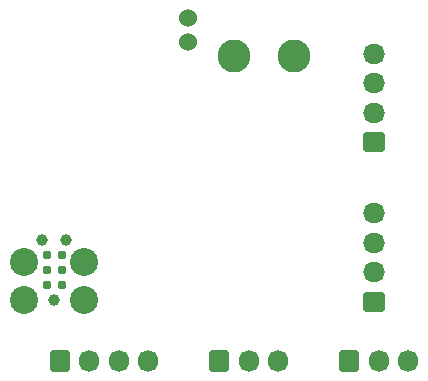
<source format=gbr>
%TF.GenerationSoftware,KiCad,Pcbnew,9.0.5*%
%TF.CreationDate,2025-10-28T15:08:01+09:00*%
%TF.ProjectId,mr2_arm_hw,6d72325f-6172-46d5-9f68-772e6b696361,rev?*%
%TF.SameCoordinates,Original*%
%TF.FileFunction,Soldermask,Bot*%
%TF.FilePolarity,Negative*%
%FSLAX46Y46*%
G04 Gerber Fmt 4.6, Leading zero omitted, Abs format (unit mm)*
G04 Created by KiCad (PCBNEW 9.0.5) date 2025-10-28 15:08:01*
%MOMM*%
%LPD*%
G01*
G04 APERTURE LIST*
G04 Aperture macros list*
%AMRoundRect*
0 Rectangle with rounded corners*
0 $1 Rounding radius*
0 $2 $3 $4 $5 $6 $7 $8 $9 X,Y pos of 4 corners*
0 Add a 4 corners polygon primitive as box body*
4,1,4,$2,$3,$4,$5,$6,$7,$8,$9,$2,$3,0*
0 Add four circle primitives for the rounded corners*
1,1,$1+$1,$2,$3*
1,1,$1+$1,$4,$5*
1,1,$1+$1,$6,$7*
1,1,$1+$1,$8,$9*
0 Add four rect primitives between the rounded corners*
20,1,$1+$1,$2,$3,$4,$5,0*
20,1,$1+$1,$4,$5,$6,$7,0*
20,1,$1+$1,$6,$7,$8,$9,0*
20,1,$1+$1,$8,$9,$2,$3,0*%
G04 Aperture macros list end*
%ADD10RoundRect,0.250000X0.675000X-0.600000X0.675000X0.600000X-0.675000X0.600000X-0.675000X-0.600000X0*%
%ADD11O,1.850000X1.700000*%
%ADD12RoundRect,0.250000X-0.600000X-0.675000X0.600000X-0.675000X0.600000X0.675000X-0.600000X0.675000X0*%
%ADD13O,1.700000X1.850000*%
%ADD14C,2.800000*%
%ADD15C,1.524000*%
%ADD16C,2.374900*%
%ADD17C,0.990600*%
%ADD18C,0.787400*%
G04 APERTURE END LIST*
D10*
%TO.C,J3*%
X160288450Y-101800779D03*
D11*
X160288450Y-99300779D03*
X160288450Y-96800779D03*
X160288450Y-94300779D03*
%TD*%
D10*
%TO.C,J4*%
X160288450Y-115300779D03*
D11*
X160288450Y-112800779D03*
X160288450Y-110300779D03*
X160288450Y-107800779D03*
%TD*%
D12*
%TO.C,J6*%
X158183450Y-120300779D03*
D13*
X160683450Y-120300779D03*
X163183450Y-120300779D03*
%TD*%
D14*
%TO.C,U4*%
X153500000Y-94500000D03*
X148420000Y-94500000D03*
D15*
X144570000Y-93270000D03*
X144570000Y-91270000D03*
%TD*%
D12*
%TO.C,J5*%
X147183450Y-120300779D03*
D13*
X149683450Y-120300779D03*
X152183450Y-120300779D03*
%TD*%
D12*
%TO.C,J2*%
X133683450Y-120300779D03*
D13*
X136183450Y-120300779D03*
X138683450Y-120300779D03*
X141183450Y-120300779D03*
%TD*%
D16*
%TO.C,J1*%
X130683450Y-115125779D03*
D17*
X133223450Y-115125779D03*
D16*
X135763450Y-115125779D03*
X130683450Y-111950779D03*
X135763450Y-111950779D03*
D17*
X132207450Y-110045779D03*
X134239450Y-110045779D03*
D18*
X132588450Y-113855779D03*
X133858450Y-113855779D03*
X132588450Y-112585779D03*
X133858450Y-112585779D03*
X132588450Y-111315779D03*
X133858450Y-111315779D03*
%TD*%
M02*

</source>
